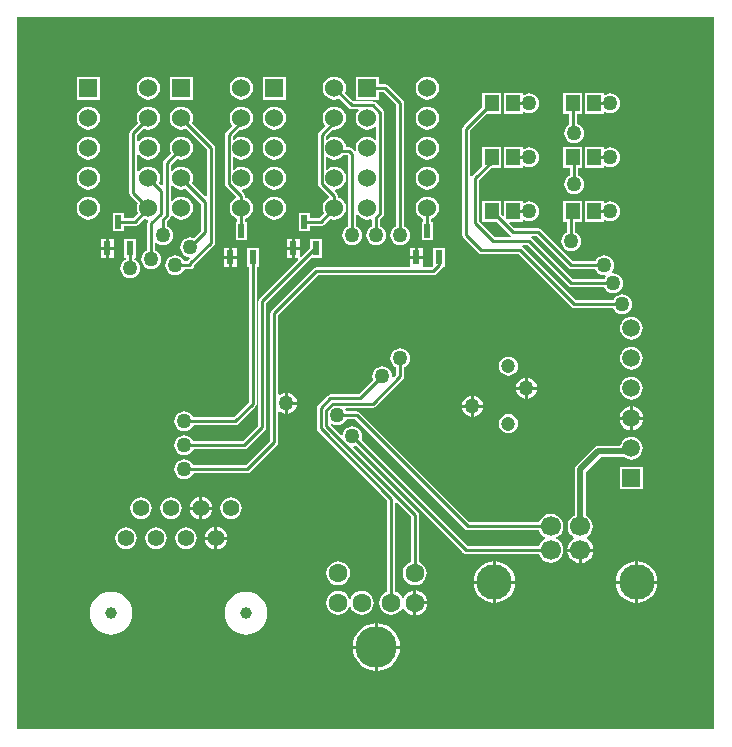
<source format=gbl>
%FSAX24Y24*%
%MOIN*%
G70*
G01*
G75*
G04 Layer_Physical_Order=2*
G04 Layer_Color=16711680*
%ADD10R,0.0472X0.0551*%
%ADD11R,0.0551X0.0472*%
%ADD12O,0.0217X0.0689*%
%ADD13O,0.0689X0.0217*%
%ADD14R,0.0433X0.0669*%
%ADD15C,0.0150*%
%ADD16C,0.0100*%
%ADD17C,0.0200*%
%ADD18C,0.0472*%
%ADD19C,0.1181*%
%ADD20C,0.0669*%
%ADD21C,0.1378*%
%ADD22C,0.0630*%
%ADD23R,0.0600X0.0600*%
%ADD24C,0.0600*%
%ADD25R,0.0591X0.0591*%
%ADD26C,0.0591*%
%ADD27C,0.0394*%
%ADD28C,0.0551*%
%ADD29C,0.0500*%
%ADD30R,0.0236X0.0453*%
G36*
X050867Y020633D02*
X027633D01*
Y044367D01*
X050867D01*
Y020633D01*
D02*
G37*
%LPC*%
G36*
X048100Y030379D02*
X048002Y030366D01*
X047911Y030328D01*
X047832Y030268D01*
X047772Y030189D01*
X047734Y030098D01*
X047732Y030084D01*
X047000D01*
X046941Y030072D01*
X046930Y030070D01*
X046870Y030030D01*
X046262Y029422D01*
X046223Y029362D01*
X046220Y029351D01*
X046209Y029292D01*
Y027766D01*
X046183Y027756D01*
X046096Y027689D01*
X046030Y027603D01*
X045988Y027502D01*
X045974Y027394D01*
X045988Y027285D01*
X046030Y027185D01*
X046096Y027098D01*
X046141Y027064D01*
X046173Y026986D01*
X046082Y026916D01*
X046012Y026825D01*
X045969Y026720D01*
X045960Y026656D01*
X046824D01*
X046816Y026720D01*
X046772Y026825D01*
X046702Y026916D01*
X046611Y026986D01*
X046644Y027064D01*
X046688Y027098D01*
X046754Y027185D01*
X046796Y027285D01*
X046810Y027394D01*
X046796Y027502D01*
X046754Y027603D01*
X046688Y027689D01*
X046601Y027756D01*
X046576Y027766D01*
Y029216D01*
X047076Y029716D01*
X047853D01*
X047911Y029672D01*
X048002Y029634D01*
X048100Y029621D01*
X048198Y029634D01*
X048289Y029672D01*
X048368Y029732D01*
X048428Y029811D01*
X048466Y029902D01*
X048479Y030000D01*
X048466Y030098D01*
X048428Y030189D01*
X048368Y030268D01*
X048289Y030328D01*
X048198Y030366D01*
X048100Y030379D01*
D02*
G37*
G36*
X048475Y029375D02*
X047725D01*
Y028625D01*
X048475D01*
Y029375D01*
D02*
G37*
G36*
X033800Y028372D02*
Y028050D01*
X034122D01*
X034116Y028098D01*
X034078Y028189D01*
X034018Y028268D01*
X033939Y028328D01*
X033848Y028366D01*
X033800Y028372D01*
D02*
G37*
G36*
X048492Y030950D02*
X048150D01*
Y030608D01*
X048203Y030615D01*
X048299Y030655D01*
X048382Y030718D01*
X048445Y030801D01*
X048485Y030897D01*
X048492Y030950D01*
D02*
G37*
G36*
X048050D02*
X047708D01*
X047715Y030897D01*
X047755Y030801D01*
X047818Y030718D01*
X047901Y030655D01*
X047997Y030615D01*
X048050Y030608D01*
Y030950D01*
D02*
G37*
G36*
X044000Y031135D02*
X043917Y031124D01*
X043841Y031092D01*
X043774Y031041D01*
X043724Y030975D01*
X043692Y030898D01*
X043681Y030816D01*
X043692Y030733D01*
X043724Y030656D01*
X043774Y030590D01*
X043841Y030540D01*
X043917Y030508D01*
X044000Y030497D01*
X044083Y030508D01*
X044159Y030540D01*
X044226Y030590D01*
X044276Y030656D01*
X044308Y030733D01*
X044319Y030816D01*
X044308Y030898D01*
X044276Y030975D01*
X044226Y031041D01*
X044159Y031092D01*
X044083Y031124D01*
X044000Y031135D01*
D02*
G37*
G36*
X033700Y028372D02*
X033652Y028366D01*
X033561Y028328D01*
X033482Y028268D01*
X033422Y028189D01*
X033384Y028098D01*
X033378Y028050D01*
X033700D01*
Y028372D01*
D02*
G37*
G36*
X034122Y027950D02*
X033800D01*
Y027628D01*
X033848Y027634D01*
X033939Y027672D01*
X034018Y027732D01*
X034078Y027811D01*
X034116Y027902D01*
X034122Y027950D01*
D02*
G37*
G36*
X033700D02*
X033378D01*
X033384Y027902D01*
X033422Y027811D01*
X033482Y027732D01*
X033561Y027672D01*
X033652Y027634D01*
X033700Y027628D01*
Y027950D01*
D02*
G37*
G36*
X034298Y027372D02*
Y027050D01*
X034621D01*
X034614Y027098D01*
X034576Y027189D01*
X034516Y027268D01*
X034438Y027328D01*
X034346Y027366D01*
X034298Y027372D01*
D02*
G37*
G36*
X034750Y028359D02*
X034657Y028346D01*
X034571Y028311D01*
X034496Y028254D01*
X034439Y028179D01*
X034404Y028093D01*
X034391Y028000D01*
X034404Y027907D01*
X034439Y027821D01*
X034496Y027746D01*
X034571Y027689D01*
X034657Y027654D01*
X034750Y027641D01*
X034843Y027654D01*
X034929Y027689D01*
X035004Y027746D01*
X035061Y027821D01*
X035096Y027907D01*
X035109Y028000D01*
X035096Y028093D01*
X035061Y028179D01*
X035004Y028254D01*
X034929Y028311D01*
X034843Y028346D01*
X034750Y028359D01*
D02*
G37*
G36*
X032750D02*
X032657Y028346D01*
X032571Y028311D01*
X032496Y028254D01*
X032439Y028179D01*
X032404Y028093D01*
X032391Y028000D01*
X032404Y027907D01*
X032439Y027821D01*
X032496Y027746D01*
X032571Y027689D01*
X032657Y027654D01*
X032750Y027641D01*
X032843Y027654D01*
X032929Y027689D01*
X033004Y027746D01*
X033061Y027821D01*
X033096Y027907D01*
X033109Y028000D01*
X033096Y028093D01*
X033061Y028179D01*
X033004Y028254D01*
X032929Y028311D01*
X032843Y028346D01*
X032750Y028359D01*
D02*
G37*
G36*
X031750D02*
X031657Y028346D01*
X031571Y028311D01*
X031496Y028254D01*
X031439Y028179D01*
X031404Y028093D01*
X031391Y028000D01*
X031404Y027907D01*
X031439Y027821D01*
X031496Y027746D01*
X031571Y027689D01*
X031657Y027654D01*
X031750Y027641D01*
X031843Y027654D01*
X031929Y027689D01*
X032004Y027746D01*
X032061Y027821D01*
X032096Y027907D01*
X032109Y028000D01*
X032096Y028093D01*
X032061Y028179D01*
X032004Y028254D01*
X031929Y028311D01*
X031843Y028346D01*
X031750Y028359D01*
D02*
G37*
G36*
X048100Y032379D02*
X048002Y032366D01*
X047911Y032328D01*
X047832Y032268D01*
X047772Y032189D01*
X047734Y032098D01*
X047721Y032000D01*
X047734Y031902D01*
X047772Y031811D01*
X047832Y031732D01*
X047911Y031672D01*
X048002Y031634D01*
X048100Y031621D01*
X048198Y031634D01*
X048289Y031672D01*
X048368Y031732D01*
X048428Y031811D01*
X048466Y031902D01*
X048479Y032000D01*
X048466Y032098D01*
X048428Y032189D01*
X048368Y032268D01*
X048289Y032328D01*
X048198Y032366D01*
X048100Y032379D01*
D02*
G37*
G36*
X036650Y031846D02*
Y031550D01*
X036946D01*
X036941Y031591D01*
X036906Y031677D01*
X036850Y031750D01*
X036777Y031806D01*
X036691Y031841D01*
X036650Y031846D01*
D02*
G37*
G36*
X042850Y031746D02*
Y031450D01*
X043146D01*
X043141Y031491D01*
X043106Y031577D01*
X043050Y031650D01*
X042977Y031706D01*
X042891Y031741D01*
X042850Y031746D01*
D02*
G37*
G36*
X044550Y032346D02*
X044509Y032341D01*
X044423Y032306D01*
X044350Y032250D01*
X044294Y032177D01*
X044259Y032091D01*
X044254Y032050D01*
X044550D01*
Y032346D01*
D02*
G37*
G36*
X044946Y031950D02*
X044650D01*
Y031654D01*
X044691Y031659D01*
X044777Y031694D01*
X044850Y031750D01*
X044906Y031823D01*
X044941Y031909D01*
X044946Y031950D01*
D02*
G37*
G36*
X044550D02*
X044254D01*
X044259Y031909D01*
X044294Y031823D01*
X044350Y031750D01*
X044423Y031694D01*
X044509Y031659D01*
X044550Y031654D01*
Y031950D01*
D02*
G37*
G36*
X042750Y031746D02*
X042709Y031741D01*
X042623Y031706D01*
X042550Y031650D01*
X042494Y031577D01*
X042459Y031491D01*
X042454Y031450D01*
X042750D01*
Y031746D01*
D02*
G37*
G36*
X048150Y031392D02*
Y031050D01*
X048492D01*
X048485Y031103D01*
X048445Y031199D01*
X048382Y031282D01*
X048299Y031345D01*
X048203Y031385D01*
X048150Y031392D01*
D02*
G37*
G36*
X048050D02*
X047997Y031385D01*
X047901Y031345D01*
X047818Y031282D01*
X047755Y031199D01*
X047715Y031103D01*
X047708Y031050D01*
X048050D01*
Y031392D01*
D02*
G37*
G36*
X035672Y036663D02*
X035276D01*
Y036051D01*
X035341D01*
Y031529D01*
X034845Y031033D01*
X033502D01*
X033488Y031066D01*
X033435Y031135D01*
X033366Y031188D01*
X033286Y031222D01*
X033200Y031233D01*
X033114Y031222D01*
X033034Y031188D01*
X032965Y031135D01*
X032912Y031066D01*
X032878Y030986D01*
X032867Y030900D01*
X032878Y030814D01*
X032912Y030734D01*
X032965Y030665D01*
X033034Y030612D01*
X033114Y030578D01*
X033200Y030567D01*
X033286Y030578D01*
X033366Y030612D01*
X033435Y030665D01*
X033488Y030734D01*
X033502Y030767D01*
X034900D01*
X034951Y030778D01*
X034994Y030806D01*
X035568Y031380D01*
X035596Y031423D01*
X035607Y031474D01*
Y036051D01*
X035672D01*
Y036663D01*
D02*
G37*
G36*
X036946Y031450D02*
X036650D01*
Y031154D01*
X036691Y031159D01*
X036777Y031194D01*
X036850Y031250D01*
X036906Y031323D01*
X036941Y031409D01*
X036946Y031450D01*
D02*
G37*
G36*
X043146Y031350D02*
X042850D01*
Y031054D01*
X042891Y031059D01*
X042977Y031094D01*
X043050Y031150D01*
X043106Y031223D01*
X043141Y031309D01*
X043146Y031350D01*
D02*
G37*
G36*
X042750D02*
X042454D01*
X042459Y031309D01*
X042494Y031223D01*
X042550Y031150D01*
X042623Y031094D01*
X042709Y031059D01*
X042750Y031054D01*
Y031350D01*
D02*
G37*
G36*
X048220Y025489D02*
X047581D01*
X047590Y025404D01*
X047629Y025274D01*
X047693Y025154D01*
X047779Y025049D01*
X047885Y024962D01*
X048005Y024898D01*
X048135Y024859D01*
X048220Y024850D01*
Y025489D01*
D02*
G37*
G36*
X044219D02*
X043580D01*
Y024850D01*
X043665Y024859D01*
X043795Y024898D01*
X043915Y024962D01*
X044021Y025049D01*
X044107Y025154D01*
X044171Y025274D01*
X044210Y025404D01*
X044219Y025489D01*
D02*
G37*
G36*
X043480D02*
X042841D01*
X042849Y025404D01*
X042889Y025274D01*
X042953Y025154D01*
X043039Y025049D01*
X043144Y024962D01*
X043264Y024898D01*
X043395Y024859D01*
X043480Y024850D01*
Y025489D01*
D02*
G37*
G36*
X039108Y025245D02*
X039005Y025231D01*
X038909Y025191D01*
X038826Y025128D01*
X038763Y025046D01*
X038739Y024988D01*
X038689D01*
X038665Y025046D01*
X038602Y025128D01*
X038520Y025191D01*
X038424Y025231D01*
X038320Y025245D01*
X038217Y025231D01*
X038121Y025191D01*
X038039Y025128D01*
X037975Y025046D01*
X037936Y024950D01*
X037922Y024846D01*
X037936Y024743D01*
X037975Y024647D01*
X038039Y024565D01*
X038121Y024501D01*
X038217Y024462D01*
X038320Y024448D01*
X038424Y024462D01*
X038520Y024501D01*
X038602Y024565D01*
X038665Y024647D01*
X038689Y024704D01*
X038739D01*
X038763Y024647D01*
X038826Y024565D01*
X038909Y024501D01*
X039005Y024462D01*
X039108Y024448D01*
X039211Y024462D01*
X039307Y024501D01*
X039390Y024565D01*
X039453Y024647D01*
X039493Y024743D01*
X039506Y024846D01*
X039493Y024950D01*
X039453Y025046D01*
X039390Y025128D01*
X039307Y025191D01*
X039211Y025231D01*
X039108Y025245D01*
D02*
G37*
G36*
X040930Y025258D02*
Y024896D01*
X041291D01*
X041284Y024955D01*
X041242Y025056D01*
X041175Y025142D01*
X041089Y025209D01*
X040988Y025251D01*
X040930Y025258D01*
D02*
G37*
G36*
X048959Y025489D02*
X048320D01*
Y024850D01*
X048405Y024859D01*
X048536Y024898D01*
X048656Y024962D01*
X048761Y025049D01*
X048847Y025154D01*
X048911Y025274D01*
X048951Y025404D01*
X048959Y025489D01*
D02*
G37*
G36*
X041291Y024796D02*
X040930D01*
Y024434D01*
X040988Y024442D01*
X041089Y024484D01*
X041175Y024551D01*
X041242Y024637D01*
X041284Y024738D01*
X041291Y024796D01*
D02*
G37*
G36*
X039550Y024158D02*
X039445Y024148D01*
X039297Y024103D01*
X039160Y024029D01*
X039039Y023931D01*
X038941Y023811D01*
X038868Y023673D01*
X038822Y023525D01*
X038812Y023420D01*
X039550D01*
Y024158D01*
D02*
G37*
G36*
X040388Y023320D02*
X039650D01*
Y022582D01*
X039755Y022593D01*
X039903Y022638D01*
X040040Y022711D01*
X040161Y022809D01*
X040259Y022930D01*
X040332Y023067D01*
X040378Y023215D01*
X040388Y023320D01*
D02*
G37*
G36*
X039550D02*
X038812D01*
X038822Y023215D01*
X038868Y023067D01*
X038941Y022930D01*
X039039Y022809D01*
X039160Y022711D01*
X039297Y022638D01*
X039445Y022593D01*
X039550Y022582D01*
Y023320D01*
D02*
G37*
G36*
X035250Y025213D02*
X035111Y025200D01*
X034977Y025159D01*
X034854Y025093D01*
X034746Y025004D01*
X034657Y024896D01*
X034591Y024773D01*
X034550Y024639D01*
X034537Y024500D01*
X034550Y024361D01*
X034591Y024227D01*
X034657Y024104D01*
X034746Y023996D01*
X034854Y023907D01*
X034977Y023841D01*
X035111Y023800D01*
X035250Y023787D01*
X035389Y023800D01*
X035523Y023841D01*
X035646Y023907D01*
X035754Y023996D01*
X035843Y024104D01*
X035909Y024227D01*
X035950Y024361D01*
X035963Y024500D01*
X035950Y024639D01*
X035909Y024773D01*
X035843Y024896D01*
X035754Y025004D01*
X035646Y025093D01*
X035523Y025159D01*
X035389Y025200D01*
X035250Y025213D01*
D02*
G37*
G36*
X030750D02*
X030611Y025200D01*
X030477Y025159D01*
X030354Y025093D01*
X030246Y025004D01*
X030157Y024896D01*
X030091Y024773D01*
X030050Y024639D01*
X030037Y024500D01*
X030050Y024361D01*
X030091Y024227D01*
X030157Y024104D01*
X030246Y023996D01*
X030354Y023907D01*
X030477Y023841D01*
X030611Y023800D01*
X030750Y023787D01*
X030889Y023800D01*
X031023Y023841D01*
X031146Y023907D01*
X031254Y023996D01*
X031343Y024104D01*
X031409Y024227D01*
X031450Y024361D01*
X031463Y024500D01*
X031450Y024639D01*
X031409Y024773D01*
X031343Y024896D01*
X031254Y025004D01*
X031146Y025093D01*
X031023Y025159D01*
X030889Y025200D01*
X030750Y025213D01*
D02*
G37*
G36*
X039650Y024158D02*
Y023420D01*
X040388D01*
X040378Y023525D01*
X040332Y023673D01*
X040259Y023811D01*
X040161Y023931D01*
X040040Y024029D01*
X039903Y024103D01*
X039755Y024148D01*
X039650Y024158D01*
D02*
G37*
G36*
X031250Y027359D02*
X031157Y027346D01*
X031071Y027311D01*
X030996Y027254D01*
X030939Y027179D01*
X030904Y027093D01*
X030891Y027000D01*
X030904Y026907D01*
X030939Y026821D01*
X030996Y026746D01*
X031071Y026689D01*
X031157Y026654D01*
X031250Y026641D01*
X031343Y026654D01*
X031429Y026689D01*
X031504Y026746D01*
X031561Y026821D01*
X031596Y026907D01*
X031609Y027000D01*
X031596Y027093D01*
X031561Y027179D01*
X031504Y027254D01*
X031429Y027311D01*
X031343Y027346D01*
X031250Y027359D01*
D02*
G37*
G36*
X034621Y026950D02*
X034298D01*
Y026628D01*
X034346Y026634D01*
X034438Y026672D01*
X034516Y026732D01*
X034576Y026811D01*
X034614Y026902D01*
X034621Y026950D01*
D02*
G37*
G36*
X034198D02*
X033876D01*
X033883Y026902D01*
X033920Y026811D01*
X033981Y026732D01*
X034059Y026672D01*
X034150Y026634D01*
X034198Y026628D01*
Y026950D01*
D02*
G37*
G36*
Y027372D02*
X034150Y027366D01*
X034059Y027328D01*
X033981Y027268D01*
X033920Y027189D01*
X033883Y027098D01*
X033876Y027050D01*
X034198D01*
Y027372D01*
D02*
G37*
G36*
X033250Y027359D02*
X033157Y027346D01*
X033071Y027311D01*
X032996Y027254D01*
X032939Y027179D01*
X032904Y027093D01*
X032891Y027000D01*
X032904Y026907D01*
X032939Y026821D01*
X032996Y026746D01*
X033071Y026689D01*
X033157Y026654D01*
X033250Y026641D01*
X033343Y026654D01*
X033429Y026689D01*
X033504Y026746D01*
X033561Y026821D01*
X033596Y026907D01*
X033609Y027000D01*
X033596Y027093D01*
X033561Y027179D01*
X033504Y027254D01*
X033429Y027311D01*
X033343Y027346D01*
X033250Y027359D01*
D02*
G37*
G36*
X032250D02*
X032157Y027346D01*
X032071Y027311D01*
X031996Y027254D01*
X031939Y027179D01*
X031904Y027093D01*
X031891Y027000D01*
X031904Y026907D01*
X031939Y026821D01*
X031996Y026746D01*
X032071Y026689D01*
X032157Y026654D01*
X032250Y026641D01*
X032343Y026654D01*
X032429Y026689D01*
X032504Y026746D01*
X032561Y026821D01*
X032596Y026907D01*
X032609Y027000D01*
X032596Y027093D01*
X032561Y027179D01*
X032504Y027254D01*
X032429Y027311D01*
X032343Y027346D01*
X032250Y027359D01*
D02*
G37*
G36*
X046824Y026556D02*
X046442D01*
Y026174D01*
X046506Y026183D01*
X046611Y026227D01*
X046702Y026296D01*
X046772Y026387D01*
X046816Y026493D01*
X046824Y026556D01*
D02*
G37*
G36*
X043580Y026228D02*
Y025589D01*
X044219D01*
X044210Y025675D01*
X044171Y025805D01*
X044107Y025925D01*
X044021Y026030D01*
X043915Y026116D01*
X043795Y026180D01*
X043665Y026220D01*
X043580Y026228D01*
D02*
G37*
G36*
X043480D02*
X043395Y026220D01*
X043264Y026180D01*
X043144Y026116D01*
X043039Y026030D01*
X042953Y025925D01*
X042889Y025805D01*
X042849Y025675D01*
X042841Y025589D01*
X043480D01*
Y026228D01*
D02*
G37*
G36*
X038320Y026229D02*
X038217Y026215D01*
X038121Y026176D01*
X038039Y026112D01*
X037975Y026030D01*
X037936Y025934D01*
X037922Y025831D01*
X037936Y025728D01*
X037975Y025632D01*
X038039Y025549D01*
X038121Y025486D01*
X038217Y025446D01*
X038320Y025432D01*
X038424Y025446D01*
X038520Y025486D01*
X038602Y025549D01*
X038665Y025632D01*
X038705Y025728D01*
X038719Y025831D01*
X038705Y025934D01*
X038665Y026030D01*
X038602Y026112D01*
X038520Y026176D01*
X038424Y026215D01*
X038320Y026229D01*
D02*
G37*
G36*
X046342Y026556D02*
X045960D01*
X045969Y026493D01*
X046012Y026387D01*
X046082Y026296D01*
X046173Y026227D01*
X046279Y026183D01*
X046342Y026174D01*
Y026556D01*
D02*
G37*
G36*
X048320Y026228D02*
Y025589D01*
X048959D01*
X048951Y025675D01*
X048911Y025805D01*
X048847Y025925D01*
X048761Y026030D01*
X048656Y026116D01*
X048536Y026180D01*
X048405Y026220D01*
X048320Y026228D01*
D02*
G37*
G36*
X048220D02*
X048135Y026220D01*
X048005Y026180D01*
X047885Y026116D01*
X047779Y026030D01*
X047693Y025925D01*
X047629Y025805D01*
X047590Y025675D01*
X047581Y025589D01*
X048220D01*
Y026228D01*
D02*
G37*
G36*
X030000Y040383D02*
X029901Y040370D01*
X029808Y040332D01*
X029729Y040271D01*
X029668Y040192D01*
X029630Y040099D01*
X029617Y040000D01*
X029630Y039901D01*
X029668Y039808D01*
X029729Y039729D01*
X029808Y039668D01*
X029901Y039630D01*
X030000Y039617D01*
X030099Y039630D01*
X030192Y039668D01*
X030271Y039729D01*
X030332Y039808D01*
X030370Y039901D01*
X030383Y040000D01*
X030370Y040099D01*
X030332Y040192D01*
X030271Y040271D01*
X030192Y040332D01*
X030099Y040370D01*
X030000Y040383D01*
D02*
G37*
G36*
X047171Y040056D02*
X046538D01*
Y039344D01*
X047171D01*
Y039404D01*
X047215Y039426D01*
X047234Y039412D01*
X047314Y039378D01*
X047400Y039367D01*
X047486Y039378D01*
X047566Y039412D01*
X047635Y039465D01*
X047688Y039534D01*
X047722Y039614D01*
X047733Y039700D01*
X047722Y039786D01*
X047688Y039866D01*
X047635Y039935D01*
X047566Y039988D01*
X047486Y040022D01*
X047400Y040033D01*
X047314Y040022D01*
X047234Y039988D01*
X047215Y039974D01*
X047171Y039996D01*
Y040056D01*
D02*
G37*
G36*
X044471D02*
X043838D01*
Y039344D01*
X044471D01*
Y039404D01*
X044515Y039426D01*
X044534Y039412D01*
X044614Y039378D01*
X044700Y039367D01*
X044786Y039378D01*
X044866Y039412D01*
X044935Y039465D01*
X044988Y039534D01*
X045022Y039614D01*
X045033Y039700D01*
X045022Y039786D01*
X044988Y039866D01*
X044935Y039935D01*
X044866Y039988D01*
X044786Y040022D01*
X044700Y040033D01*
X044614Y040022D01*
X044534Y039988D01*
X044515Y039974D01*
X044471Y039996D01*
Y040056D01*
D02*
G37*
G36*
X046462Y041856D02*
X045829D01*
Y041144D01*
X046013D01*
Y040773D01*
X045965Y040735D01*
X045912Y040666D01*
X045878Y040586D01*
X045867Y040500D01*
X045878Y040414D01*
X045912Y040334D01*
X045965Y040265D01*
X046034Y040212D01*
X046114Y040178D01*
X046200Y040167D01*
X046286Y040178D01*
X046366Y040212D01*
X046435Y040265D01*
X046488Y040334D01*
X046522Y040414D01*
X046533Y040500D01*
X046522Y040586D01*
X046488Y040666D01*
X046435Y040735D01*
X046366Y040788D01*
X046286Y040822D01*
X046278Y040823D01*
Y041144D01*
X046462D01*
Y041856D01*
D02*
G37*
G36*
X041300Y040383D02*
X041201Y040370D01*
X041108Y040332D01*
X041029Y040271D01*
X040968Y040192D01*
X040930Y040099D01*
X040917Y040000D01*
X040930Y039901D01*
X040968Y039808D01*
X041029Y039729D01*
X041108Y039668D01*
X041201Y039630D01*
X041300Y039617D01*
X041399Y039630D01*
X041492Y039668D01*
X041571Y039729D01*
X041632Y039808D01*
X041670Y039901D01*
X041683Y040000D01*
X041670Y040099D01*
X041632Y040192D01*
X041571Y040271D01*
X041492Y040332D01*
X041399Y040370D01*
X041300Y040383D01*
D02*
G37*
G36*
X036200D02*
X036101Y040370D01*
X036008Y040332D01*
X035929Y040271D01*
X035868Y040192D01*
X035830Y040099D01*
X035817Y040000D01*
X035830Y039901D01*
X035868Y039808D01*
X035929Y039729D01*
X036008Y039668D01*
X036101Y039630D01*
X036200Y039617D01*
X036299Y039630D01*
X036392Y039668D01*
X036471Y039729D01*
X036532Y039808D01*
X036570Y039901D01*
X036583Y040000D01*
X036570Y040099D01*
X036532Y040192D01*
X036471Y040271D01*
X036392Y040332D01*
X036299Y040370D01*
X036200Y040383D01*
D02*
G37*
G36*
X041300Y039383D02*
X041201Y039370D01*
X041108Y039332D01*
X041029Y039271D01*
X040968Y039192D01*
X040930Y039099D01*
X040917Y039000D01*
X040930Y038901D01*
X040968Y038808D01*
X041029Y038729D01*
X041108Y038668D01*
X041201Y038630D01*
X041300Y038617D01*
X041399Y038630D01*
X041492Y038668D01*
X041571Y038729D01*
X041632Y038808D01*
X041670Y038901D01*
X041683Y039000D01*
X041670Y039099D01*
X041632Y039192D01*
X041571Y039271D01*
X041492Y039332D01*
X041399Y039370D01*
X041300Y039383D01*
D02*
G37*
G36*
X036200Y038383D02*
X036101Y038370D01*
X036008Y038332D01*
X035929Y038271D01*
X035868Y038192D01*
X035830Y038099D01*
X035817Y038000D01*
X035830Y037901D01*
X035868Y037808D01*
X035929Y037729D01*
X036008Y037668D01*
X036101Y037630D01*
X036200Y037617D01*
X036299Y037630D01*
X036392Y037668D01*
X036471Y037729D01*
X036532Y037808D01*
X036570Y037901D01*
X036583Y038000D01*
X036570Y038099D01*
X036532Y038192D01*
X036471Y038271D01*
X036392Y038332D01*
X036299Y038370D01*
X036200Y038383D01*
D02*
G37*
G36*
X030000D02*
X029901Y038370D01*
X029808Y038332D01*
X029729Y038271D01*
X029668Y038192D01*
X029630Y038099D01*
X029617Y038000D01*
X029630Y037901D01*
X029668Y037808D01*
X029729Y037729D01*
X029808Y037668D01*
X029901Y037630D01*
X030000Y037617D01*
X030099Y037630D01*
X030192Y037668D01*
X030271Y037729D01*
X030332Y037808D01*
X030370Y037901D01*
X030383Y038000D01*
X030370Y038099D01*
X030332Y038192D01*
X030271Y038271D01*
X030192Y038332D01*
X030099Y038370D01*
X030000Y038383D01*
D02*
G37*
G36*
X047171Y038256D02*
X046538D01*
Y037544D01*
X047171D01*
Y037604D01*
X047215Y037626D01*
X047234Y037612D01*
X047314Y037578D01*
X047400Y037567D01*
X047486Y037578D01*
X047566Y037612D01*
X047635Y037665D01*
X047688Y037734D01*
X047722Y037814D01*
X047733Y037900D01*
X047722Y037986D01*
X047688Y038066D01*
X047635Y038135D01*
X047566Y038188D01*
X047486Y038222D01*
X047400Y038233D01*
X047314Y038222D01*
X047234Y038188D01*
X047215Y038174D01*
X047171Y038196D01*
Y038256D01*
D02*
G37*
G36*
X036200Y039383D02*
X036101Y039370D01*
X036008Y039332D01*
X035929Y039271D01*
X035868Y039192D01*
X035830Y039099D01*
X035817Y039000D01*
X035830Y038901D01*
X035868Y038808D01*
X035929Y038729D01*
X036008Y038668D01*
X036101Y038630D01*
X036200Y038617D01*
X036299Y038630D01*
X036392Y038668D01*
X036471Y038729D01*
X036532Y038808D01*
X036570Y038901D01*
X036583Y039000D01*
X036570Y039099D01*
X036532Y039192D01*
X036471Y039271D01*
X036392Y039332D01*
X036299Y039370D01*
X036200Y039383D01*
D02*
G37*
G36*
X030000D02*
X029901Y039370D01*
X029808Y039332D01*
X029729Y039271D01*
X029668Y039192D01*
X029630Y039099D01*
X029617Y039000D01*
X029630Y038901D01*
X029668Y038808D01*
X029729Y038729D01*
X029808Y038668D01*
X029901Y038630D01*
X030000Y038617D01*
X030099Y038630D01*
X030192Y038668D01*
X030271Y038729D01*
X030332Y038808D01*
X030370Y038901D01*
X030383Y039000D01*
X030370Y039099D01*
X030332Y039192D01*
X030271Y039271D01*
X030192Y039332D01*
X030099Y039370D01*
X030000Y039383D01*
D02*
G37*
G36*
X046462Y040056D02*
X045829D01*
Y039344D01*
X046067D01*
Y039102D01*
X046034Y039088D01*
X045965Y039035D01*
X045912Y038966D01*
X045878Y038886D01*
X045867Y038800D01*
X045878Y038714D01*
X045912Y038634D01*
X045965Y038565D01*
X046034Y038512D01*
X046114Y038478D01*
X046200Y038467D01*
X046286Y038478D01*
X046366Y038512D01*
X046435Y038565D01*
X046488Y038634D01*
X046522Y038714D01*
X046533Y038800D01*
X046522Y038886D01*
X046488Y038966D01*
X046435Y039035D01*
X046366Y039088D01*
X046333Y039102D01*
Y039344D01*
X046462D01*
Y040056D01*
D02*
G37*
G36*
X030000Y041383D02*
X029901Y041370D01*
X029808Y041332D01*
X029729Y041271D01*
X029668Y041192D01*
X029630Y041099D01*
X029617Y041000D01*
X029630Y040901D01*
X029668Y040808D01*
X029729Y040729D01*
X029808Y040668D01*
X029901Y040630D01*
X030000Y040617D01*
X030099Y040630D01*
X030192Y040668D01*
X030271Y040729D01*
X030332Y040808D01*
X030370Y040901D01*
X030383Y041000D01*
X030370Y041099D01*
X030332Y041192D01*
X030271Y041271D01*
X030192Y041332D01*
X030099Y041370D01*
X030000Y041383D01*
D02*
G37*
G36*
X041300Y042383D02*
X041201Y042370D01*
X041108Y042332D01*
X041029Y042271D01*
X040968Y042192D01*
X040930Y042099D01*
X040917Y042000D01*
X040930Y041901D01*
X040968Y041808D01*
X041029Y041729D01*
X041108Y041668D01*
X041201Y041630D01*
X041300Y041617D01*
X041399Y041630D01*
X041492Y041668D01*
X041571Y041729D01*
X041632Y041808D01*
X041670Y041901D01*
X041683Y042000D01*
X041670Y042099D01*
X041632Y042192D01*
X041571Y042271D01*
X041492Y042332D01*
X041399Y042370D01*
X041300Y042383D01*
D02*
G37*
G36*
X035100D02*
X035001Y042370D01*
X034908Y042332D01*
X034829Y042271D01*
X034768Y042192D01*
X034730Y042099D01*
X034717Y042000D01*
X034730Y041901D01*
X034768Y041808D01*
X034829Y041729D01*
X034908Y041668D01*
X035001Y041630D01*
X035100Y041617D01*
X035199Y041630D01*
X035292Y041668D01*
X035371Y041729D01*
X035432Y041808D01*
X035470Y041901D01*
X035483Y042000D01*
X035470Y042099D01*
X035432Y042192D01*
X035371Y042271D01*
X035292Y042332D01*
X035199Y042370D01*
X035100Y042383D01*
D02*
G37*
G36*
X032000D02*
X031901Y042370D01*
X031808Y042332D01*
X031729Y042271D01*
X031668Y042192D01*
X031630Y042099D01*
X031617Y042000D01*
X031630Y041901D01*
X031668Y041808D01*
X031729Y041729D01*
X031808Y041668D01*
X031901Y041630D01*
X032000Y041617D01*
X032099Y041630D01*
X032192Y041668D01*
X032271Y041729D01*
X032332Y041808D01*
X032370Y041901D01*
X032383Y042000D01*
X032370Y042099D01*
X032332Y042192D01*
X032271Y042271D01*
X032192Y042332D01*
X032099Y042370D01*
X032000Y042383D01*
D02*
G37*
G36*
X036580Y042380D02*
X035820D01*
Y041620D01*
X036580D01*
Y042380D01*
D02*
G37*
G36*
X033480D02*
X032720D01*
Y041620D01*
X033480D01*
Y042380D01*
D02*
G37*
G36*
X030380D02*
X029620D01*
Y041620D01*
X030380D01*
Y042380D01*
D02*
G37*
G36*
X047171Y041856D02*
X046538D01*
Y041144D01*
X047171D01*
Y041204D01*
X047215Y041226D01*
X047234Y041212D01*
X047314Y041178D01*
X047400Y041167D01*
X047486Y041178D01*
X047566Y041212D01*
X047635Y041265D01*
X047688Y041334D01*
X047722Y041414D01*
X047733Y041500D01*
X047722Y041586D01*
X047688Y041666D01*
X047635Y041735D01*
X047566Y041788D01*
X047486Y041822D01*
X047400Y041833D01*
X047314Y041822D01*
X047234Y041788D01*
X047215Y041774D01*
X047171Y041796D01*
Y041856D01*
D02*
G37*
G36*
X036200Y041383D02*
X036101Y041370D01*
X036008Y041332D01*
X035929Y041271D01*
X035868Y041192D01*
X035830Y041099D01*
X035817Y041000D01*
X035830Y040901D01*
X035868Y040808D01*
X035929Y040729D01*
X036008Y040668D01*
X036101Y040630D01*
X036200Y040617D01*
X036299Y040630D01*
X036392Y040668D01*
X036471Y040729D01*
X036532Y040808D01*
X036570Y040901D01*
X036583Y041000D01*
X036570Y041099D01*
X036532Y041192D01*
X036471Y041271D01*
X036392Y041332D01*
X036299Y041370D01*
X036200Y041383D01*
D02*
G37*
G36*
X035100D02*
X035001Y041370D01*
X034908Y041332D01*
X034829Y041271D01*
X034768Y041192D01*
X034730Y041099D01*
X034717Y041000D01*
X034730Y040901D01*
X034768Y040808D01*
X034808Y040756D01*
X034576Y040524D01*
X034548Y040481D01*
X034537Y040430D01*
Y038822D01*
X034548Y038771D01*
X034576Y038728D01*
X034922Y038383D01*
X034912Y038333D01*
X034908Y038332D01*
X034829Y038271D01*
X034768Y038192D01*
X034730Y038099D01*
X034717Y038000D01*
X034730Y037901D01*
X034768Y037808D01*
X034829Y037729D01*
X034908Y037668D01*
X034967Y037644D01*
Y037549D01*
X034902D01*
Y036937D01*
X035298D01*
Y037549D01*
X035233D01*
Y037644D01*
X035292Y037668D01*
X035371Y037729D01*
X035432Y037808D01*
X035470Y037901D01*
X035483Y038000D01*
X035470Y038099D01*
X035432Y038192D01*
X035371Y038271D01*
X035292Y038332D01*
X035233Y038356D01*
Y038392D01*
X035222Y038443D01*
X035194Y038486D01*
X035107Y038572D01*
X035123Y038620D01*
X035199Y038630D01*
X035292Y038668D01*
X035371Y038729D01*
X035432Y038808D01*
X035470Y038901D01*
X035483Y039000D01*
X035470Y039099D01*
X035432Y039192D01*
X035371Y039271D01*
X035292Y039332D01*
X035199Y039370D01*
X035100Y039383D01*
X035001Y039370D01*
X034908Y039332D01*
X034847Y039285D01*
X034803Y039307D01*
Y039693D01*
X034847Y039715D01*
X034908Y039668D01*
X035001Y039630D01*
X035100Y039617D01*
X035199Y039630D01*
X035292Y039668D01*
X035371Y039729D01*
X035432Y039808D01*
X035470Y039901D01*
X035483Y040000D01*
X035470Y040099D01*
X035432Y040192D01*
X035371Y040271D01*
X035292Y040332D01*
X035199Y040370D01*
X035100Y040383D01*
X035001Y040370D01*
X034908Y040332D01*
X034847Y040285D01*
X034803Y040307D01*
Y040375D01*
X035051Y040623D01*
X035100Y040617D01*
X035199Y040630D01*
X035292Y040668D01*
X035371Y040729D01*
X035432Y040808D01*
X035470Y040901D01*
X035483Y041000D01*
X035470Y041099D01*
X035432Y041192D01*
X035371Y041271D01*
X035292Y041332D01*
X035199Y041370D01*
X035100Y041383D01*
D02*
G37*
G36*
X033100D02*
X033001Y041370D01*
X032908Y041332D01*
X032829Y041271D01*
X032768Y041192D01*
X032730Y041099D01*
X032717Y041000D01*
X032730Y040901D01*
X032768Y040808D01*
X032829Y040729D01*
X032908Y040668D01*
X033001Y040630D01*
X033100Y040617D01*
X033199Y040630D01*
X033258Y040654D01*
X033947Y039965D01*
Y038405D01*
X033901Y038386D01*
X033446Y038842D01*
X033470Y038901D01*
X033483Y039000D01*
X033470Y039099D01*
X033432Y039192D01*
X033371Y039271D01*
X033292Y039332D01*
X033199Y039370D01*
X033100Y039383D01*
X033001Y039370D01*
X032908Y039332D01*
X032829Y039271D01*
X032790Y039220D01*
X032743Y039236D01*
Y039455D01*
X032942Y039654D01*
X033001Y039630D01*
X033100Y039617D01*
X033199Y039630D01*
X033292Y039668D01*
X033371Y039729D01*
X033432Y039808D01*
X033470Y039901D01*
X033483Y040000D01*
X033470Y040099D01*
X033432Y040192D01*
X033371Y040271D01*
X033292Y040332D01*
X033199Y040370D01*
X033100Y040383D01*
X033001Y040370D01*
X032908Y040332D01*
X032829Y040271D01*
X032768Y040192D01*
X032730Y040099D01*
X032717Y040000D01*
X032730Y039901D01*
X032754Y039842D01*
X032516Y039604D01*
X032488Y039561D01*
X032477Y039510D01*
Y038775D01*
X032431Y038756D01*
X032346Y038842D01*
X032370Y038901D01*
X032383Y039000D01*
X032370Y039099D01*
X032332Y039192D01*
X032271Y039271D01*
X032192Y039332D01*
X032099Y039370D01*
X032000Y039383D01*
X031901Y039370D01*
X031808Y039332D01*
X031729Y039271D01*
X031680Y039207D01*
X031633Y039223D01*
Y039777D01*
X031680Y039793D01*
X031729Y039729D01*
X031808Y039668D01*
X031901Y039630D01*
X032000Y039617D01*
X032099Y039630D01*
X032192Y039668D01*
X032271Y039729D01*
X032332Y039808D01*
X032370Y039901D01*
X032383Y040000D01*
X032370Y040099D01*
X032332Y040192D01*
X032271Y040271D01*
X032192Y040332D01*
X032099Y040370D01*
X032000Y040383D01*
X031901Y040370D01*
X031808Y040332D01*
X031729Y040271D01*
X031680Y040207D01*
X031633Y040223D01*
Y040445D01*
X031842Y040654D01*
X031901Y040630D01*
X032000Y040617D01*
X032099Y040630D01*
X032192Y040668D01*
X032271Y040729D01*
X032332Y040808D01*
X032370Y040901D01*
X032383Y041000D01*
X032370Y041099D01*
X032332Y041192D01*
X032271Y041271D01*
X032192Y041332D01*
X032099Y041370D01*
X032000Y041383D01*
X031901Y041370D01*
X031808Y041332D01*
X031729Y041271D01*
X031668Y041192D01*
X031630Y041099D01*
X031617Y041000D01*
X031630Y040901D01*
X031654Y040842D01*
X031406Y040594D01*
X031378Y040551D01*
X031367Y040500D01*
Y038500D01*
X031378Y038449D01*
X031406Y038406D01*
X031654Y038158D01*
X031630Y038099D01*
X031617Y038000D01*
X031630Y037901D01*
X031654Y037842D01*
X031488Y037675D01*
X031198D01*
Y037849D01*
X030802D01*
Y037237D01*
X031198D01*
Y037410D01*
X031543D01*
X031594Y037420D01*
X031637Y037449D01*
X031842Y037654D01*
X031901Y037630D01*
X031971Y037620D01*
X031983Y037609D01*
X031999Y037574D01*
X031978Y037543D01*
X031967Y037492D01*
Y036602D01*
X031934Y036588D01*
X031865Y036535D01*
X031812Y036466D01*
X031778Y036386D01*
X031767Y036300D01*
X031778Y036214D01*
X031812Y036134D01*
X031865Y036065D01*
X031934Y036012D01*
X032014Y035978D01*
X032100Y035967D01*
X032186Y035978D01*
X032266Y036012D01*
X032335Y036065D01*
X032388Y036134D01*
X032422Y036214D01*
X032433Y036300D01*
X032422Y036386D01*
X032388Y036466D01*
X032335Y036535D01*
X032266Y036588D01*
X032233Y036602D01*
Y036833D01*
X032277Y036855D01*
X032334Y036812D01*
X032414Y036778D01*
X032500Y036767D01*
X032586Y036778D01*
X032666Y036812D01*
X032735Y036865D01*
X032788Y036934D01*
X032822Y037014D01*
X032833Y037100D01*
X032822Y037186D01*
X032788Y037266D01*
X032735Y037335D01*
X032666Y037388D01*
X032633Y037402D01*
Y037582D01*
X032704Y037654D01*
X032732Y037697D01*
X032743Y037747D01*
Y037764D01*
X032790Y037780D01*
X032829Y037729D01*
X032908Y037668D01*
X033001Y037630D01*
X033100Y037617D01*
X033199Y037630D01*
X033292Y037668D01*
X033371Y037729D01*
X033432Y037808D01*
X033470Y037901D01*
X033483Y038000D01*
X033470Y038099D01*
X033432Y038192D01*
X033371Y038271D01*
X033292Y038332D01*
X033199Y038370D01*
X033100Y038383D01*
X033001Y038370D01*
X032908Y038332D01*
X032829Y038271D01*
X032790Y038220D01*
X032743Y038236D01*
Y038764D01*
X032790Y038780D01*
X032829Y038729D01*
X032908Y038668D01*
X033001Y038630D01*
X033100Y038617D01*
X033199Y038630D01*
X033258Y038654D01*
X033767Y038145D01*
Y037255D01*
X033520Y037007D01*
X033486Y037022D01*
X033400Y037033D01*
X033314Y037022D01*
X033234Y036988D01*
X033165Y036935D01*
X033112Y036866D01*
X033078Y036786D01*
X033067Y036700D01*
X033078Y036614D01*
X033112Y036534D01*
X033165Y036465D01*
X033234Y036412D01*
X033314Y036378D01*
X033359Y036373D01*
X033375Y036325D01*
X033306Y036256D01*
X033290Y036233D01*
X033202D01*
X033188Y036266D01*
X033135Y036335D01*
X033066Y036388D01*
X032986Y036422D01*
X032900Y036433D01*
X032814Y036422D01*
X032734Y036388D01*
X032665Y036335D01*
X032612Y036266D01*
X032578Y036186D01*
X032567Y036100D01*
X032578Y036014D01*
X032612Y035934D01*
X032665Y035865D01*
X032734Y035812D01*
X032814Y035778D01*
X032900Y035767D01*
X032986Y035778D01*
X033066Y035812D01*
X033135Y035865D01*
X033188Y035934D01*
X033202Y035967D01*
X033400D01*
X033451Y035978D01*
X033494Y036006D01*
X033522Y036049D01*
X033533Y036100D01*
Y036108D01*
X034174Y036749D01*
X034202Y036792D01*
X034213Y036843D01*
Y040020D01*
X034202Y040071D01*
X034174Y040114D01*
X033446Y040842D01*
X033470Y040901D01*
X033483Y041000D01*
X033470Y041099D01*
X033432Y041192D01*
X033371Y041271D01*
X033292Y041332D01*
X033199Y041370D01*
X033100Y041383D01*
D02*
G37*
G36*
X044471Y041856D02*
X043838D01*
Y041144D01*
X044471D01*
Y041204D01*
X044515Y041226D01*
X044534Y041212D01*
X044614Y041178D01*
X044700Y041167D01*
X044786Y041178D01*
X044866Y041212D01*
X044935Y041265D01*
X044988Y041334D01*
X045022Y041414D01*
X045033Y041500D01*
X045022Y041586D01*
X044988Y041666D01*
X044935Y041735D01*
X044866Y041788D01*
X044786Y041822D01*
X044700Y041833D01*
X044614Y041822D01*
X044534Y041788D01*
X044515Y041774D01*
X044471Y041796D01*
Y041856D01*
D02*
G37*
G36*
X041300Y041383D02*
X041201Y041370D01*
X041108Y041332D01*
X041029Y041271D01*
X040968Y041192D01*
X040930Y041099D01*
X040917Y041000D01*
X040930Y040901D01*
X040968Y040808D01*
X041029Y040729D01*
X041108Y040668D01*
X041201Y040630D01*
X041300Y040617D01*
X041399Y040630D01*
X041492Y040668D01*
X041571Y040729D01*
X041632Y040808D01*
X041670Y040901D01*
X041683Y041000D01*
X041670Y041099D01*
X041632Y041192D01*
X041571Y041271D01*
X041492Y041332D01*
X041399Y041370D01*
X041300Y041383D01*
D02*
G37*
G36*
X038200Y042383D02*
X038101Y042370D01*
X038008Y042332D01*
X037929Y042271D01*
X037868Y042192D01*
X037830Y042099D01*
X037817Y042000D01*
X037830Y041901D01*
X037868Y041808D01*
X037929Y041729D01*
X038008Y041668D01*
X038101Y041630D01*
X038200Y041617D01*
X038299Y041630D01*
X038358Y041654D01*
X038676Y041336D01*
X038719Y041308D01*
X038770Y041297D01*
X038993D01*
X039015Y041253D01*
X038968Y041192D01*
X038930Y041099D01*
X038917Y041000D01*
X038930Y040901D01*
X038968Y040808D01*
X039029Y040729D01*
X039108Y040668D01*
X039201Y040630D01*
X039300Y040617D01*
X039399Y040630D01*
X039492Y040668D01*
X039553Y040715D01*
X039597Y040693D01*
Y040307D01*
X039553Y040285D01*
X039492Y040332D01*
X039399Y040370D01*
X039300Y040383D01*
X039201Y040370D01*
X039108Y040332D01*
X039029Y040271D01*
X038968Y040192D01*
X038930Y040099D01*
X038917Y040000D01*
X038926Y039928D01*
X038881Y039906D01*
X038794Y039994D01*
X038751Y040022D01*
X038700Y040033D01*
X038579D01*
X038570Y040099D01*
X038532Y040192D01*
X038471Y040271D01*
X038392Y040332D01*
X038299Y040370D01*
X038200Y040383D01*
X038101Y040370D01*
X038008Y040332D01*
X037947Y040285D01*
X037903Y040307D01*
Y040375D01*
X038151Y040623D01*
X038200Y040617D01*
X038299Y040630D01*
X038392Y040668D01*
X038471Y040729D01*
X038532Y040808D01*
X038570Y040901D01*
X038583Y041000D01*
X038570Y041099D01*
X038532Y041192D01*
X038471Y041271D01*
X038392Y041332D01*
X038299Y041370D01*
X038200Y041383D01*
X038101Y041370D01*
X038008Y041332D01*
X037929Y041271D01*
X037868Y041192D01*
X037830Y041099D01*
X037817Y041000D01*
X037830Y040901D01*
X037868Y040808D01*
X037908Y040756D01*
X037676Y040524D01*
X037648Y040481D01*
X037637Y040430D01*
Y038822D01*
X037648Y038771D01*
X037676Y038728D01*
X038022Y038383D01*
X038012Y038333D01*
X038008Y038332D01*
X037929Y038271D01*
X037868Y038192D01*
X037830Y038099D01*
X037817Y038000D01*
X037830Y037901D01*
X037854Y037842D01*
X037688Y037675D01*
X037398D01*
Y037849D01*
X037002D01*
Y037237D01*
X037398D01*
Y037410D01*
X037743D01*
X037794Y037420D01*
X037837Y037449D01*
X038042Y037654D01*
X038101Y037630D01*
X038200Y037617D01*
X038299Y037630D01*
X038392Y037668D01*
X038471Y037729D01*
X038532Y037808D01*
X038570Y037901D01*
X038583Y038000D01*
X038570Y038099D01*
X038532Y038192D01*
X038471Y038271D01*
X038392Y038332D01*
X038333Y038356D01*
Y038392D01*
X038322Y038443D01*
X038294Y038486D01*
X038207Y038572D01*
X038223Y038620D01*
X038299Y038630D01*
X038392Y038668D01*
X038471Y038729D01*
X038532Y038808D01*
X038570Y038901D01*
X038583Y039000D01*
X038570Y039099D01*
X038532Y039192D01*
X038471Y039271D01*
X038392Y039332D01*
X038299Y039370D01*
X038200Y039383D01*
X038101Y039370D01*
X038008Y039332D01*
X037947Y039285D01*
X037903Y039307D01*
Y039693D01*
X037947Y039715D01*
X038008Y039668D01*
X038101Y039630D01*
X038200Y039617D01*
X038299Y039630D01*
X038392Y039668D01*
X038471Y039729D01*
X038501Y039767D01*
X038645D01*
X038667Y039745D01*
Y037402D01*
X038634Y037388D01*
X038565Y037335D01*
X038512Y037266D01*
X038478Y037186D01*
X038467Y037100D01*
X038478Y037014D01*
X038512Y036934D01*
X038565Y036865D01*
X038634Y036812D01*
X038714Y036778D01*
X038800Y036767D01*
X038886Y036778D01*
X038966Y036812D01*
X039035Y036865D01*
X039088Y036934D01*
X039122Y037014D01*
X039133Y037100D01*
X039122Y037186D01*
X039088Y037266D01*
X039035Y037335D01*
X038966Y037388D01*
X038933Y037402D01*
Y037777D01*
X038980Y037793D01*
X039029Y037729D01*
X039108Y037668D01*
X039201Y037630D01*
X039300Y037617D01*
X039399Y037630D01*
X039426Y037641D01*
X039467Y037613D01*
Y037402D01*
X039434Y037388D01*
X039365Y037335D01*
X039312Y037266D01*
X039278Y037186D01*
X039267Y037100D01*
X039278Y037014D01*
X039312Y036934D01*
X039365Y036865D01*
X039434Y036812D01*
X039514Y036778D01*
X039600Y036767D01*
X039686Y036778D01*
X039766Y036812D01*
X039835Y036865D01*
X039888Y036934D01*
X039922Y037014D01*
X039933Y037100D01*
X039922Y037186D01*
X039888Y037266D01*
X039835Y037335D01*
X039766Y037388D01*
X039733Y037402D01*
Y037637D01*
X039824Y037728D01*
X039852Y037771D01*
X039863Y037822D01*
Y041178D01*
X039852Y041229D01*
X039824Y041272D01*
X039572Y041524D01*
X039529Y041552D01*
X039478Y041563D01*
X038825D01*
X038546Y041842D01*
X038570Y041901D01*
X038583Y042000D01*
X038570Y042099D01*
X038532Y042192D01*
X038471Y042271D01*
X038392Y042332D01*
X038299Y042370D01*
X038200Y042383D01*
D02*
G37*
G36*
X030576Y036607D02*
X030408D01*
Y036331D01*
X030576D01*
Y036607D01*
D02*
G37*
G36*
X041872Y036663D02*
X041476D01*
Y036063D01*
X041445Y036033D01*
X041144D01*
Y036307D01*
X040708D01*
Y036033D01*
X037600D01*
X037549Y036022D01*
X037506Y035994D01*
X036106Y034594D01*
X036078Y034551D01*
X036067Y034500D01*
Y030255D01*
X035245Y029433D01*
X033502D01*
X033488Y029466D01*
X033435Y029535D01*
X033366Y029588D01*
X033286Y029622D01*
X033200Y029633D01*
X033114Y029622D01*
X033034Y029588D01*
X032965Y029535D01*
X032912Y029466D01*
X032878Y029386D01*
X032867Y029300D01*
X032878Y029214D01*
X032912Y029134D01*
X032965Y029065D01*
X033034Y029012D01*
X033114Y028978D01*
X033200Y028967D01*
X033286Y028978D01*
X033366Y029012D01*
X033435Y029065D01*
X033488Y029134D01*
X033502Y029167D01*
X035300D01*
X035351Y029178D01*
X035394Y029206D01*
X036294Y030106D01*
X036322Y030149D01*
X036333Y030200D01*
Y031208D01*
X036377Y031230D01*
X036423Y031194D01*
X036509Y031159D01*
X036550Y031154D01*
Y031500D01*
Y031846D01*
X036509Y031841D01*
X036423Y031806D01*
X036377Y031770D01*
X036333Y031792D01*
Y034445D01*
X037655Y035767D01*
X041500D01*
X041551Y035778D01*
X041594Y035806D01*
X041794Y036006D01*
X041822Y036049D01*
X041823Y036051D01*
X041872D01*
Y036663D01*
D02*
G37*
G36*
X034944Y036307D02*
X034776D01*
Y036031D01*
X034944D01*
Y036307D01*
D02*
G37*
G36*
X044650Y032346D02*
Y032050D01*
X044946D01*
X044941Y032091D01*
X044906Y032177D01*
X044850Y032250D01*
X044777Y032306D01*
X044691Y032341D01*
X044650Y032346D01*
D02*
G37*
G36*
X036776Y036607D02*
X036608D01*
Y036331D01*
X036776D01*
Y036607D01*
D02*
G37*
G36*
X030844D02*
X030676D01*
Y036331D01*
X030844D01*
Y036607D01*
D02*
G37*
G36*
X048100Y034379D02*
X048002Y034366D01*
X047911Y034328D01*
X047832Y034268D01*
X047772Y034189D01*
X047734Y034098D01*
X047721Y034000D01*
X047734Y033902D01*
X047772Y033811D01*
X047832Y033732D01*
X047911Y033672D01*
X048002Y033634D01*
X048100Y033621D01*
X048198Y033634D01*
X048289Y033672D01*
X048368Y033732D01*
X048428Y033811D01*
X048466Y033902D01*
X048479Y034000D01*
X048466Y034098D01*
X048428Y034189D01*
X048368Y034268D01*
X048289Y034328D01*
X048198Y034366D01*
X048100Y034379D01*
D02*
G37*
G36*
Y033379D02*
X048002Y033366D01*
X047911Y033328D01*
X047832Y033268D01*
X047772Y033189D01*
X047734Y033098D01*
X047721Y033000D01*
X047734Y032902D01*
X047772Y032811D01*
X047832Y032732D01*
X047911Y032672D01*
X048002Y032634D01*
X048100Y032621D01*
X048198Y032634D01*
X048289Y032672D01*
X048368Y032732D01*
X048428Y032811D01*
X048466Y032902D01*
X048479Y033000D01*
X048466Y033098D01*
X048428Y033189D01*
X048368Y033268D01*
X048289Y033328D01*
X048198Y033366D01*
X048100Y033379D01*
D02*
G37*
G36*
X044000Y033056D02*
X043917Y033045D01*
X043841Y033013D01*
X043774Y032963D01*
X043724Y032896D01*
X043692Y032820D01*
X043681Y032737D01*
X043692Y032654D01*
X043724Y032578D01*
X043774Y032511D01*
X043841Y032461D01*
X043917Y032429D01*
X044000Y032418D01*
X044083Y032429D01*
X044159Y032461D01*
X044226Y032511D01*
X044276Y032578D01*
X044308Y032654D01*
X044319Y032737D01*
X044308Y032820D01*
X044276Y032896D01*
X044226Y032963D01*
X044159Y033013D01*
X044083Y033045D01*
X044000Y033056D01*
D02*
G37*
G36*
X034676Y036307D02*
X034508D01*
Y036031D01*
X034676D01*
Y036307D01*
D02*
G37*
G36*
X031572Y036963D02*
X031176D01*
Y036351D01*
X031256D01*
X031266Y036302D01*
X031234Y036288D01*
X031165Y036235D01*
X031112Y036166D01*
X031078Y036086D01*
X031067Y036000D01*
X031078Y035914D01*
X031112Y035834D01*
X031165Y035765D01*
X031234Y035712D01*
X031314Y035678D01*
X031400Y035667D01*
X031486Y035678D01*
X031566Y035712D01*
X031635Y035765D01*
X031688Y035834D01*
X031722Y035914D01*
X031733Y036000D01*
X031722Y036086D01*
X031688Y036166D01*
X031635Y036235D01*
X031566Y036288D01*
X031534Y036302D01*
X031544Y036351D01*
X031572D01*
Y036963D01*
D02*
G37*
G36*
X040400Y033333D02*
X040314Y033322D01*
X040234Y033288D01*
X040165Y033235D01*
X040112Y033166D01*
X040078Y033086D01*
X040067Y033000D01*
X040078Y032914D01*
X040112Y032834D01*
X040165Y032765D01*
X040234Y032712D01*
X040267Y032698D01*
Y032455D01*
X040176Y032363D01*
X040131Y032385D01*
X040133Y032400D01*
X040122Y032486D01*
X040088Y032566D01*
X040035Y032635D01*
X039966Y032688D01*
X039886Y032722D01*
X039800Y032733D01*
X039714Y032722D01*
X039634Y032688D01*
X039565Y032635D01*
X039512Y032566D01*
X039478Y032486D01*
X039467Y032400D01*
X039478Y032314D01*
X039493Y032280D01*
X039005Y031793D01*
X038068D01*
X038017Y031782D01*
X037974Y031754D01*
X037646Y031426D01*
X037618Y031383D01*
X037607Y031332D01*
Y030668D01*
X037618Y030617D01*
X037646Y030574D01*
X039960Y028261D01*
Y025219D01*
X039893Y025191D01*
X039810Y025128D01*
X039747Y025046D01*
X039707Y024950D01*
X039694Y024846D01*
X039707Y024743D01*
X039747Y024647D01*
X039810Y024565D01*
X039893Y024501D01*
X039989Y024462D01*
X040092Y024448D01*
X040195Y024462D01*
X040291Y024501D01*
X040374Y024565D01*
X040437Y024647D01*
X040450Y024678D01*
X040500D01*
X040517Y024637D01*
X040584Y024551D01*
X040670Y024484D01*
X040771Y024442D01*
X040830Y024434D01*
Y024846D01*
Y025258D01*
X040771Y025251D01*
X040670Y025209D01*
X040584Y025142D01*
X040517Y025056D01*
X040500Y025015D01*
X040450D01*
X040437Y025046D01*
X040374Y025128D01*
X040291Y025191D01*
X040225Y025219D01*
Y028185D01*
X040271Y028204D01*
X040747Y027728D01*
Y026203D01*
X040680Y026176D01*
X040598Y026112D01*
X040535Y026030D01*
X040495Y025934D01*
X040481Y025831D01*
X040495Y025728D01*
X040535Y025632D01*
X040598Y025549D01*
X040680Y025486D01*
X040776Y025446D01*
X040880Y025432D01*
X040983Y025446D01*
X041079Y025486D01*
X041161Y025549D01*
X041225Y025632D01*
X041264Y025728D01*
X041278Y025831D01*
X041264Y025934D01*
X041225Y026030D01*
X041161Y026112D01*
X041079Y026176D01*
X041012Y026203D01*
Y027783D01*
X041002Y027834D01*
X040973Y027877D01*
X038825Y030025D01*
X038841Y030073D01*
X038886Y030078D01*
X038920Y030093D01*
X042500Y026513D01*
X042543Y026484D01*
X042594Y026474D01*
X045014D01*
X045046Y026397D01*
X045112Y026311D01*
X045199Y026244D01*
X045300Y026202D01*
X045408Y026188D01*
X045516Y026202D01*
X045617Y026244D01*
X045704Y026311D01*
X045770Y026397D01*
X045812Y026498D01*
X045826Y026606D01*
X045812Y026715D01*
X045770Y026815D01*
X045704Y026902D01*
X045617Y026968D01*
X045601Y026975D01*
Y027025D01*
X045617Y027032D01*
X045704Y027098D01*
X045770Y027185D01*
X045812Y027285D01*
X045826Y027394D01*
X045812Y027502D01*
X045770Y027603D01*
X045704Y027689D01*
X045617Y027756D01*
X045516Y027798D01*
X045408Y027812D01*
X045300Y027798D01*
X045199Y027756D01*
X045112Y027689D01*
X045046Y027603D01*
X045014Y027526D01*
X042699D01*
X039031Y031194D01*
X038988Y031222D01*
X038937Y031233D01*
X038602D01*
X038588Y031266D01*
X038560Y031303D01*
X038583Y031347D01*
X039480D01*
X039531Y031358D01*
X039574Y031386D01*
X040494Y032306D01*
X040522Y032349D01*
X040533Y032400D01*
Y032698D01*
X040566Y032712D01*
X040635Y032765D01*
X040688Y032834D01*
X040722Y032914D01*
X040733Y033000D01*
X040722Y033086D01*
X040688Y033166D01*
X040635Y033235D01*
X040566Y033288D01*
X040486Y033322D01*
X040400Y033333D01*
D02*
G37*
G36*
X037772Y036963D02*
X037376D01*
Y036663D01*
X037090Y036378D01*
X037044Y036397D01*
Y036607D01*
X036876D01*
Y036331D01*
X036978D01*
X036997Y036285D01*
X035706Y034994D01*
X035678Y034951D01*
X035667Y034900D01*
Y030755D01*
X035145Y030233D01*
X033502D01*
X033488Y030266D01*
X033435Y030335D01*
X033366Y030388D01*
X033286Y030422D01*
X033200Y030433D01*
X033114Y030422D01*
X033034Y030388D01*
X032965Y030335D01*
X032912Y030266D01*
X032878Y030186D01*
X032867Y030100D01*
X032878Y030014D01*
X032912Y029934D01*
X032965Y029865D01*
X033034Y029812D01*
X033114Y029778D01*
X033200Y029767D01*
X033286Y029778D01*
X033366Y029812D01*
X033435Y029865D01*
X033488Y029934D01*
X033502Y029967D01*
X035200D01*
X035251Y029978D01*
X035294Y030006D01*
X035894Y030606D01*
X035922Y030649D01*
X035933Y030700D01*
Y034845D01*
X037438Y036351D01*
X037772D01*
Y036963D01*
D02*
G37*
G36*
X037044Y036983D02*
X036876D01*
Y036707D01*
X037044D01*
Y036983D01*
D02*
G37*
G36*
X036776D02*
X036608D01*
Y036707D01*
X036776D01*
Y036983D01*
D02*
G37*
G36*
X030844D02*
X030676D01*
Y036707D01*
X030844D01*
Y036983D01*
D02*
G37*
G36*
X043762Y041856D02*
X043129D01*
Y041371D01*
X042506Y040748D01*
X042478Y040705D01*
X042467Y040654D01*
Y037100D01*
X042478Y037049D01*
X042506Y037006D01*
X043006Y036506D01*
X043049Y036478D01*
X043100Y036467D01*
X044345D01*
X046106Y034706D01*
X046149Y034678D01*
X046200Y034667D01*
X047498D01*
X047512Y034634D01*
X047565Y034565D01*
X047634Y034512D01*
X047714Y034478D01*
X047800Y034467D01*
X047886Y034478D01*
X047966Y034512D01*
X048035Y034565D01*
X048088Y034634D01*
X048122Y034714D01*
X048133Y034800D01*
X048122Y034886D01*
X048088Y034966D01*
X048035Y035035D01*
X047966Y035088D01*
X047886Y035122D01*
X047800Y035133D01*
X047714Y035122D01*
X047634Y035088D01*
X047565Y035035D01*
X047512Y034966D01*
X047498Y034933D01*
X046255D01*
X044494Y036694D01*
X044455Y036720D01*
X044470Y036767D01*
X044645D01*
X046006Y035406D01*
X046049Y035378D01*
X046100Y035367D01*
X047198D01*
X047212Y035334D01*
X047265Y035265D01*
X047334Y035212D01*
X047414Y035178D01*
X047500Y035167D01*
X047586Y035178D01*
X047666Y035212D01*
X047735Y035265D01*
X047788Y035334D01*
X047822Y035414D01*
X047833Y035500D01*
X047822Y035586D01*
X047788Y035666D01*
X047735Y035735D01*
X047666Y035788D01*
X047586Y035822D01*
X047500Y035833D01*
X047466Y035828D01*
X047441Y035872D01*
X047488Y035934D01*
X047522Y036014D01*
X047533Y036100D01*
X047522Y036186D01*
X047488Y036266D01*
X047435Y036335D01*
X047366Y036388D01*
X047286Y036422D01*
X047200Y036433D01*
X047114Y036422D01*
X047034Y036388D01*
X046965Y036335D01*
X046912Y036266D01*
X046898Y036233D01*
X046155D01*
X045094Y037294D01*
X045051Y037322D01*
X045000Y037333D01*
X044201D01*
X044035Y037498D01*
X044054Y037544D01*
X044471D01*
Y037604D01*
X044515Y037626D01*
X044534Y037612D01*
X044614Y037578D01*
X044700Y037567D01*
X044786Y037578D01*
X044866Y037612D01*
X044935Y037665D01*
X044988Y037734D01*
X045022Y037814D01*
X045033Y037900D01*
X045022Y037986D01*
X044988Y038066D01*
X044935Y038135D01*
X044866Y038188D01*
X044786Y038222D01*
X044700Y038233D01*
X044614Y038222D01*
X044534Y038188D01*
X044515Y038174D01*
X044471Y038196D01*
Y038256D01*
X043838D01*
Y037760D01*
X043803Y037746D01*
X043762Y037774D01*
Y038256D01*
X043129D01*
Y037544D01*
X043614D01*
X044052Y037106D01*
X044091Y037080D01*
X044076Y037033D01*
X043555D01*
X043033Y037555D01*
Y038945D01*
X043432Y039344D01*
X043762D01*
Y040056D01*
X043129D01*
Y039417D01*
X042806Y039094D01*
X042780Y039055D01*
X042733Y039070D01*
Y040599D01*
X043278Y041144D01*
X043762D01*
Y041856D01*
D02*
G37*
G36*
X041300Y038383D02*
X041201Y038370D01*
X041108Y038332D01*
X041029Y038271D01*
X040968Y038192D01*
X040930Y038099D01*
X040917Y038000D01*
X040930Y037901D01*
X040968Y037808D01*
X041029Y037729D01*
X041108Y037668D01*
X041167Y037644D01*
Y037549D01*
X041102D01*
Y036937D01*
X041498D01*
Y037549D01*
X041433D01*
Y037644D01*
X041492Y037668D01*
X041571Y037729D01*
X041632Y037808D01*
X041670Y037901D01*
X041683Y038000D01*
X041670Y038099D01*
X041632Y038192D01*
X041571Y038271D01*
X041492Y038332D01*
X041399Y038370D01*
X041300Y038383D01*
D02*
G37*
G36*
X039680Y042380D02*
X038920D01*
Y041620D01*
X039680D01*
Y041867D01*
X039845D01*
X040267Y041445D01*
Y037402D01*
X040234Y037388D01*
X040165Y037335D01*
X040112Y037266D01*
X040078Y037186D01*
X040067Y037100D01*
X040078Y037014D01*
X040112Y036934D01*
X040165Y036865D01*
X040234Y036812D01*
X040314Y036778D01*
X040400Y036767D01*
X040486Y036778D01*
X040566Y036812D01*
X040635Y036865D01*
X040688Y036934D01*
X040722Y037014D01*
X040733Y037100D01*
X040722Y037186D01*
X040688Y037266D01*
X040635Y037335D01*
X040566Y037388D01*
X040533Y037402D01*
Y041500D01*
X040522Y041551D01*
X040494Y041594D01*
X039994Y042094D01*
X039951Y042122D01*
X039900Y042133D01*
X039680D01*
Y042380D01*
D02*
G37*
G36*
X040876Y036683D02*
X040708D01*
Y036407D01*
X040876D01*
Y036683D01*
D02*
G37*
G36*
X034944D02*
X034776D01*
Y036407D01*
X034944D01*
Y036683D01*
D02*
G37*
G36*
X034676D02*
X034508D01*
Y036407D01*
X034676D01*
Y036683D01*
D02*
G37*
G36*
X030576Y036983D02*
X030408D01*
Y036707D01*
X030576D01*
Y036983D01*
D02*
G37*
G36*
X046462Y038256D02*
X045829D01*
Y037544D01*
X045967D01*
Y037202D01*
X045934Y037188D01*
X045865Y037135D01*
X045812Y037066D01*
X045778Y036986D01*
X045767Y036900D01*
X045778Y036814D01*
X045812Y036734D01*
X045865Y036665D01*
X045934Y036612D01*
X046014Y036578D01*
X046100Y036567D01*
X046186Y036578D01*
X046266Y036612D01*
X046335Y036665D01*
X046388Y036734D01*
X046422Y036814D01*
X046433Y036900D01*
X046422Y036986D01*
X046388Y037066D01*
X046335Y037135D01*
X046266Y037188D01*
X046233Y037202D01*
Y037544D01*
X046462D01*
Y038256D01*
D02*
G37*
G36*
X041144Y036683D02*
X040976D01*
Y036407D01*
X041144D01*
Y036683D01*
D02*
G37*
%LPD*%
G36*
X042550Y027300D02*
X042593Y027271D01*
X042644Y027261D01*
X045014D01*
X045046Y027185D01*
X045112Y027098D01*
X045199Y027032D01*
X045214Y027025D01*
Y026975D01*
X045199Y026968D01*
X045112Y026902D01*
X045046Y026815D01*
X045014Y026739D01*
X042649D01*
X039107Y030280D01*
X039122Y030314D01*
X039133Y030400D01*
X039122Y030486D01*
X039088Y030566D01*
X039035Y030635D01*
X038966Y030688D01*
X038886Y030722D01*
X038800Y030733D01*
X038714Y030722D01*
X038634Y030688D01*
X038565Y030635D01*
X038512Y030566D01*
X038478Y030486D01*
X038473Y030441D01*
X038425Y030425D01*
X038070Y030780D01*
X038078Y030830D01*
X038097Y030840D01*
X038134Y030812D01*
X038214Y030778D01*
X038300Y030767D01*
X038386Y030778D01*
X038466Y030812D01*
X038535Y030865D01*
X038588Y030934D01*
X038602Y030967D01*
X038883D01*
X042550Y027300D01*
D02*
G37*
G36*
X046006Y036006D02*
X046049Y035978D01*
X046100Y035967D01*
X046898D01*
X046912Y035934D01*
X046965Y035865D01*
X047034Y035812D01*
X047114Y035778D01*
X047200Y035767D01*
X047234Y035772D01*
X047259Y035728D01*
X047212Y035666D01*
X047198Y035633D01*
X046155D01*
X044794Y036994D01*
X044755Y037020D01*
X044770Y037067D01*
X044945D01*
X046006Y036006D01*
D02*
G37*
D10*
X046146Y037900D02*
D03*
X046854D02*
D03*
X046146Y039700D02*
D03*
X046854D02*
D03*
X046146Y041500D02*
D03*
X046854D02*
D03*
X043446Y037900D02*
D03*
X044154D02*
D03*
X043446Y039700D02*
D03*
X044154D02*
D03*
X043446Y041500D02*
D03*
X044154D02*
D03*
D16*
X031500Y040500D02*
X032000Y041000D01*
X031500Y038500D02*
Y040500D01*
Y038500D02*
X032000Y038000D01*
X035100Y040860D02*
Y041000D01*
X034670Y040430D02*
X035100Y040860D01*
X034670Y038822D02*
Y040430D01*
Y038822D02*
X035100Y038392D01*
Y038000D02*
Y038392D01*
X038200Y040860D02*
Y041000D01*
X037770Y040430D02*
X038200Y040860D01*
X037770Y038822D02*
Y040430D01*
Y038822D02*
X038200Y038392D01*
Y038000D02*
Y038392D01*
X042600Y040654D02*
X043446Y041500D01*
X042600Y037100D02*
Y040654D01*
Y037100D02*
X043100Y036600D01*
X044400D01*
X046200Y034800D01*
X047800D01*
X042900Y039000D02*
X043446Y039546D01*
X042900Y037500D02*
Y039000D01*
Y037500D02*
X043500Y036900D01*
X044700D01*
X046100Y035500D01*
X047500D01*
X043446Y037900D02*
X044146Y037200D01*
X045000D01*
X046100Y036100D01*
X047200D01*
X046146Y040554D02*
Y041500D01*
Y040554D02*
X046200Y040500D01*
Y038800D02*
Y039646D01*
X046100Y037854D02*
X046146Y037900D01*
X046100Y036900D02*
Y037854D01*
X039060Y031660D02*
X039800Y032400D01*
X038068Y031660D02*
X039060D01*
X037740Y031332D02*
X038068Y031660D01*
X037740Y030668D02*
Y031332D01*
Y030668D02*
X040092Y028316D01*
Y024846D02*
Y028316D01*
X040400Y032400D02*
Y033000D01*
X039480Y031480D02*
X040400Y032400D01*
X037920Y030743D02*
Y031257D01*
Y030743D02*
X040880Y027783D01*
X038143Y031480D02*
X039480D01*
X037920Y031257D02*
X038143Y031480D01*
X040880Y025831D02*
Y027783D01*
X038937Y031100D02*
X042644Y027394D01*
X038300Y031100D02*
X038937D01*
X038800Y030400D02*
X042594Y026606D01*
X045408D01*
X042644Y027394D02*
X045408D01*
X041674Y036357D02*
X041700Y036331D01*
Y036100D02*
Y036331D01*
X041500Y035900D02*
X041700Y036100D01*
X037600Y035900D02*
X041500D01*
X036200Y034500D02*
X037600Y035900D01*
X036200Y030200D02*
Y034500D01*
X035300Y029300D02*
X036200Y030200D01*
X033200Y029300D02*
X035300D01*
X034900Y030900D02*
X035474Y031474D01*
X033200Y030900D02*
X034900D01*
X035800Y034900D02*
X037557Y036657D01*
X035800Y030700D02*
Y034900D01*
X035200Y030100D02*
X035800Y030700D01*
X033200Y030100D02*
X035200D01*
X035474Y031474D02*
Y036357D01*
X031374Y036657D02*
X031400Y036631D01*
Y036000D02*
Y036631D01*
X033100Y041000D02*
X034080Y040020D01*
Y036843D02*
Y040020D01*
X033400Y036163D02*
X034080Y036843D01*
X033400Y036100D02*
Y036163D01*
X032900Y036100D02*
X033400D01*
X032610Y039510D02*
X033100Y040000D01*
X032610Y037747D02*
Y039510D01*
X032500Y037637D02*
X032610Y037747D01*
X032500Y037100D02*
Y037637D01*
X033100Y039000D02*
X033900Y038200D01*
Y037200D02*
Y038200D01*
X033400Y036700D02*
X033900Y037200D01*
X035100Y037243D02*
Y038000D01*
X032000Y039000D02*
X032430Y038570D01*
Y037822D02*
Y038570D01*
X032100Y037492D02*
X032430Y037822D01*
X032100Y036300D02*
Y037492D01*
X033100Y038860D02*
Y039000D01*
X041300Y037243D02*
Y038000D01*
X037743Y037543D02*
X038200Y038000D01*
X037200Y037543D02*
X037743D01*
X031543D02*
X032000Y038000D01*
X031000Y037543D02*
X031543D01*
X038200Y042000D02*
X038770Y041430D01*
X039478D01*
X039730Y041178D01*
Y037822D02*
Y041178D01*
X039600Y037692D02*
X039730Y037822D01*
X039600Y037100D02*
Y037692D01*
X039300Y042000D02*
X039900D01*
X040400Y041500D01*
Y037100D02*
Y041500D01*
X038300Y039900D02*
X038700D01*
X038800Y039800D01*
Y037100D02*
Y039800D01*
X046854Y037900D02*
X047400D01*
X046854Y039700D02*
X047400D01*
X046854Y041500D02*
X047400D01*
X044154Y037900D02*
X044700D01*
X044154Y039700D02*
X044700D01*
X044154Y041500D02*
X044700D01*
D17*
X048000Y029900D02*
X048100Y030000D01*
X047000Y029900D02*
X048000D01*
X046392Y029292D02*
X047000Y029900D01*
X046392Y027394D02*
Y029292D01*
D18*
X044000Y030816D02*
D03*
Y032737D02*
D03*
D19*
X048270Y025539D02*
D03*
X043530D02*
D03*
D20*
X046392Y027394D02*
D03*
X045408D02*
D03*
Y026606D02*
D03*
X046392D02*
D03*
D21*
X039600Y023370D02*
D03*
D22*
X038320Y024846D02*
D03*
X040092D02*
D03*
X040880Y025831D02*
D03*
Y024846D02*
D03*
X039108D02*
D03*
X038320Y025831D02*
D03*
D23*
X039300Y042000D02*
D03*
X036200D02*
D03*
X033100D02*
D03*
X030000D02*
D03*
D24*
X039300Y041000D02*
D03*
Y040000D02*
D03*
Y039000D02*
D03*
Y038000D02*
D03*
X041300Y042000D02*
D03*
Y041000D02*
D03*
Y040000D02*
D03*
Y039000D02*
D03*
Y038000D02*
D03*
X036200Y041000D02*
D03*
Y040000D02*
D03*
Y039000D02*
D03*
Y038000D02*
D03*
X038200Y042000D02*
D03*
Y041000D02*
D03*
Y040000D02*
D03*
Y039000D02*
D03*
Y038000D02*
D03*
X033100Y041000D02*
D03*
Y040000D02*
D03*
Y039000D02*
D03*
Y038000D02*
D03*
X035100Y042000D02*
D03*
Y041000D02*
D03*
Y040000D02*
D03*
Y039000D02*
D03*
Y038000D02*
D03*
X030000Y041000D02*
D03*
Y040000D02*
D03*
Y039000D02*
D03*
Y038000D02*
D03*
X032000Y042000D02*
D03*
Y041000D02*
D03*
Y040000D02*
D03*
Y039000D02*
D03*
Y038000D02*
D03*
D25*
X048100Y029000D02*
D03*
D26*
Y030000D02*
D03*
Y031000D02*
D03*
Y032000D02*
D03*
Y033000D02*
D03*
Y034000D02*
D03*
D27*
X035250Y024500D02*
D03*
X030750D02*
D03*
D28*
X034248Y027000D02*
D03*
X033250D02*
D03*
X032250D02*
D03*
X031250D02*
D03*
X034750Y028000D02*
D03*
X033750D02*
D03*
X032750D02*
D03*
X031750D02*
D03*
D29*
X036600Y031500D02*
D03*
X042800Y031400D02*
D03*
X044600Y032000D02*
D03*
X047800Y034800D02*
D03*
X047500Y035500D02*
D03*
X047200Y036100D02*
D03*
X046200Y040500D02*
D03*
Y038800D02*
D03*
X046100Y036900D02*
D03*
X039800Y032400D02*
D03*
X040400Y033000D02*
D03*
X038800Y030400D02*
D03*
X038300Y031100D02*
D03*
X033200Y029300D02*
D03*
Y030900D02*
D03*
Y030100D02*
D03*
X031400Y036000D02*
D03*
X032900Y036100D02*
D03*
X032500Y037100D02*
D03*
X033400Y036700D02*
D03*
X032100Y036300D02*
D03*
X040400Y037100D02*
D03*
X039600D02*
D03*
X038800D02*
D03*
X044700Y039700D02*
D03*
X047400Y037900D02*
D03*
X044700D02*
D03*
X047400Y039700D02*
D03*
Y041500D02*
D03*
X044700D02*
D03*
D30*
X031374Y036657D02*
D03*
X030626D02*
D03*
X031000Y037543D02*
D03*
X035474Y036357D02*
D03*
X034726D02*
D03*
X035100Y037243D02*
D03*
X037574Y036657D02*
D03*
X036826D02*
D03*
X037200Y037543D02*
D03*
X041674Y036357D02*
D03*
X040926D02*
D03*
X041300Y037243D02*
D03*
M02*

</source>
